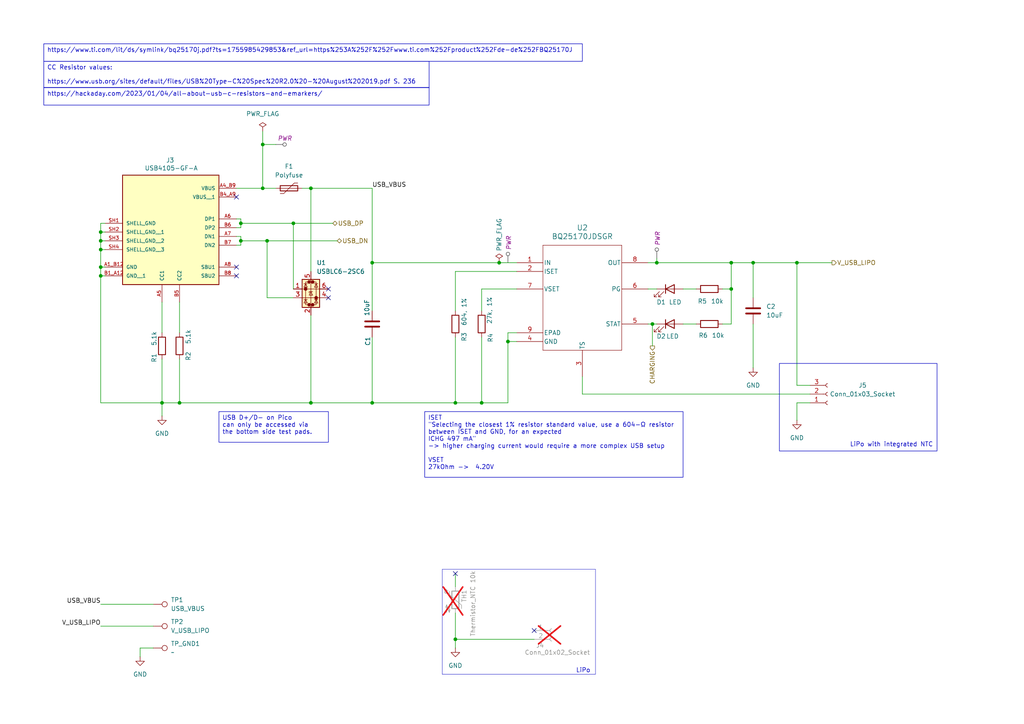
<source format=kicad_sch>
(kicad_sch (version 20250114) (generator "eeschema") (generator_version "9.0")
  (paper "A4")
  (title_block (title "ZEReader-Pico") (date "{kibot_date}") (rev "v2") (company "Anna-Lena Marx") (comment 4 "Git revision: {kibot_git-hash}"))
  (lib_symbols
    (symbol "BQ25170J:BQ25170JDSGR" (pin_names (offset 0.254))
      (property "Reference" "U" (at 20.32 10.16 0))
      (property "Value" "BQ25170JDSGR" (at 20.32 7.62 0))
      (symbol "BQ25170JDSGR_0_1"
        (polyline (pts (xy 7.62 5.08) (xy 7.62 -25.4)) (stroke (width 0.127)))
        (polyline (pts (xy 7.62 -25.4) (xy 30.48 -25.4)) (stroke (width 0.127)))
        (polyline (pts (xy 30.48 5.08) (xy 7.62 5.08)) (stroke (width 0.127)))
        (polyline (pts (xy 30.48 -25.4) (xy 30.48 5.08)) (stroke (width 0.127)))
        (pin power_in line (at 0 0 0) (length 7.62) (name "IN") (number "1"))
        (pin input line (at 0 -2.54 0) (length 7.62) (name "ISET") (number "2"))
        (pin input line (at 0 -7.62 0) (length 7.62) (name "VSET") (number "7"))
        (pin input line (at 19.05 -33.02 90) (length 7.62) (name "TS") (number "3"))
        (pin output line (at 38.1 0 180) (length 7.62) (name "OUT") (number "8"))
        (pin output line (at 38.1 -7.62 180) (length 7.62) (name "PG") (number "6"))
        (pin output line (at 38.1 -17.78 180) (length 7.62) (name "STAT") (number "5"))
      )
      (symbol "BQ25170JDSGR_1_1"
        (pin power_in line (at 0 -20.32 0) (length 7.62) (name "EPAD") (number "9"))
        (pin power_in line (at 0 -22.86 0) (length 7.62) (name "GND") (number "4"))
      )
    )
    (symbol "Connector:Conn_01x02_Socket" (pin_names (offset 1.016) (hide yes))
      (property "Reference" "J" (at 0 2.54 0))
      (property "Value" "Conn_01x02_Socket" (at 0 -5.08 0))
      (symbol "Conn_01x02_Socket_1_1"
        (polyline (pts (xy -1.27 0) (xy -0.508 0)) (stroke (width 0.1524)))
        (polyline (pts (xy -1.27 -2.54) (xy -0.508 -2.54)) (stroke (width 0.1524)))
        (arc (start 0 -0.508) (mid -0.5058 0) (end 0 0.508) (stroke (width 0.1524)))
        (arc (start 0 -3.048) (mid -0.5058 -2.54) (end 0 -2.032) (stroke (width 0.1524)))
        (pin passive line (at -5.08 0 0) (length 3.81) (name "Pin_1") (number "1"))
        (pin passive line (at -5.08 -2.54 0) (length 3.81) (name "Pin_2") (number "2"))
      )
    )
    (symbol "Connector:Conn_01x03_Socket" (pin_names (offset 1.016) (hide yes))
      (property "Reference" "J" (at 0 5.08 0))
      (property "Value" "Conn_01x03_Socket" (at 0 -5.08 0))
      (symbol "Conn_01x03_Socket_1_1"
        (polyline (pts (xy -1.27 2.54) (xy -0.508 2.54)) (stroke (width 0.1524)))
        (polyline (pts (xy -1.27 0) (xy -0.508 0)) (stroke (width 0.1524)))
        (polyline (pts (xy -1.27 -2.54) (xy -0.508 -2.54)) (stroke (width 0.1524)))
        (arc (start 0 2.032) (mid -0.5058 2.54) (end 0 3.048) (stroke (width 0.1524)))
        (arc (start 0 -0.508) (mid -0.5058 0) (end 0 0.508) (stroke (width 0.1524)))
        (arc (start 0 -3.048) (mid -0.5058 -2.54) (end 0 -2.032) (stroke (width 0.1524)))
        (pin passive line (at -5.08 2.54 0) (length 3.81) (name "Pin_1") (number "1"))
        (pin passive line (at -5.08 0 0) (length 3.81) (name "Pin_2") (number "2"))
        (pin passive line (at -5.08 -2.54 0) (length 3.81) (name "Pin_3") (number "3"))
      )
    )
    (symbol "Connector:TestPoint" (pin_numbers (hide yes)) (pin_names (offset 0.762) (hide yes))
      (property "Reference" "TP" (at 0 6.858 0))
      (property "Value" "TestPoint" (at 0 5.08 0))
      (symbol "TestPoint_0_1"
        (circle (center 0 3.302) (radius 0.762))
      )
      (symbol "TestPoint_1_1"
        (pin passive line (at 0 0 90) (length 2.54) (name "1") (number "1"))
      )
    )
    (symbol "Device:C" (pin_numbers (hide yes)) (pin_names (offset 0.254))
      (property "Reference" "C" (at 0.635 2.54 0))
      (property "Value" "C" (at 0.635 -2.54 0))
      (symbol "C_0_1"
        (polyline (pts (xy -2.032 0.762) (xy 2.032 0.762)) (stroke (width 0.508)))
        (polyline (pts (xy -2.032 -0.762) (xy 2.032 -0.762)) (stroke (width 0.508)))
      )
      (symbol "C_1_1"
        (pin passive line (at 0 3.81 270) (length 2.794) (name "~") (number "1"))
        (pin passive line (at 0 -3.81 90) (length 2.794) (name "~") (number "2"))
      )
    )
    (symbol "Device:LED" (pin_numbers (hide yes)) (pin_names (offset 1.016) (hide yes))
      (property "Reference" "D" (at 0 2.54 0))
      (property "Value" "LED" (at 0 -2.54 0))
      (symbol "LED_0_1"
        (polyline (pts (xy -3.048 -0.762) (xy -4.572 -2.286) (xy -3.81 -2.286) (xy -4.572 -2.286) (xy -4.572 -1.524)))
        (polyline (pts (xy -1.778 -0.762) (xy -3.302 -2.286) (xy -2.54 -2.286) (xy -3.302 -2.286) (xy -3.302 -1.524)))
        (polyline (pts (xy -1.27 0) (xy 1.27 0)))
        (polyline (pts (xy -1.27 -1.27) (xy -1.27 1.27)) (stroke (width 0.254)))
        (polyline (pts (xy 1.27 -1.27) (xy 1.27 1.27) (xy -1.27 0) (xy 1.27 -1.27)) (stroke (width 0.254)))
      )
      (symbol "LED_1_1"
        (pin passive line (at -3.81 0 0) (length 2.54) (name "K") (number "1"))
        (pin passive line (at 3.81 0 180) (length 2.54) (name "A") (number "2"))
      )
    )
    (symbol "Device:Polyfuse" (pin_numbers (hide yes)) (pin_names (offset 0))
      (property "Reference" "F" (at -2.54 0 90))
      (property "Value" "Polyfuse" (at 2.54 0 90))
      (symbol "Polyfuse_0_1"
        (polyline (pts (xy -1.524 2.54) (xy -1.524 1.524) (xy 1.524 -1.524) (xy 1.524 -2.54)))
        (rectangle (start -0.762 2.54) (end 0.762 -2.54) (stroke (width 0.254)))
        (polyline (pts (xy 0 2.54) (xy 0 -2.54)))
      )
      (symbol "Polyfuse_1_1"
        (pin passive line (at 0 3.81 270) (length 1.27) (name "~") (number "1"))
        (pin passive line (at 0 -3.81 90) (length 1.27) (name "~") (number "2"))
      )
    )
    (symbol "Device:R" (pin_numbers (hide yes)) (pin_names (offset 0))
      (property "Reference" "R" (at 2.032 0 90))
      (property "Value" "R" (at 0 0 90))
      (symbol "R_0_1"
        (rectangle (start -1.016 -2.54) (end 1.016 2.54) (stroke (width 0.254)))
      )
      (symbol "R_1_1"
        (pin passive line (at 0 3.81 270) (length 1.27) (name "~") (number "1"))
        (pin passive line (at 0 -3.81 90) (length 1.27) (name "~") (number "2"))
      )
    )
    (symbol "Device:Thermistor_NTC" (pin_numbers (hide yes)) (pin_names (offset 0))
      (property "Reference" "TH" (at -4.445 0 90))
      (property "Value" "Thermistor_NTC" (at 3.175 0 90))
      (symbol "Thermistor_NTC_0_1"
        (arc (start -3.175 2.413) (mid -3.0506 2.3165) (end -3.048 2.159))
        (arc (start -3.048 2.794) (mid -2.9736 2.9736) (end -2.794 3.048))
        (arc (start -2.794 3.048) (mid -2.6144 2.9736) (end -2.54 2.794))
        (arc (start -2.794 2.54) (mid -2.9736 2.6144) (end -3.048 2.794))
        (arc (start -2.794 1.905) (mid -2.9736 1.9794) (end -3.048 2.159))
        (arc (start -2.54 2.159) (mid -2.6144 1.9794) (end -2.794 1.905))
        (arc (start -2.159 2.794) (mid -2.434 2.5608) (end -2.794 2.54))
        (polyline (pts (xy -2.54 2.159) (xy -2.54 2.794)))
        (polyline (pts (xy -2.54 -3.683) (xy -2.54 -1.397) (xy -2.794 -2.159) (xy -2.286 -2.159) (xy -2.54 -1.397) (xy -2.54 -1.651)) (fill (type outline)))
        (polyline (pts (xy -1.778 2.54) (xy -1.778 1.524) (xy 1.778 -1.524) (xy 1.778 -2.54)))
        (polyline (pts (xy -1.778 -1.397) (xy -1.778 -3.683) (xy -2.032 -2.921) (xy -1.524 -2.921) (xy -1.778 -3.683) (xy -1.778 -3.429)) (fill (type outline)))
        (rectangle (start -1.016 2.54) (end 1.016 -2.54) (stroke (width 0.254)))
      )
      (symbol "Thermistor_NTC_1_1"
        (pin passive line (at 0 3.81 270) (length 1.27) (name "~") (number "1"))
        (pin passive line (at 0 -3.81 90) (length 1.27) (name "~") (number "2"))
      )
    )
    (symbol "Power_Protection:USBLC6-2SC6" (pin_names (hide yes))
      (property "Reference" "U" (at 0.635 5.715 0))
      (property "Value" "USBLC6-2SC6" (at 0.635 3.81 0))
      (symbol "USBLC6-2SC6_0_0"
        (circle (center -1.524 0) (radius 0.0001) (stroke (width 0.508)))
        (circle (center -0.508 2.032) (radius 0.0001) (stroke (width 0.508)))
        (circle (center -0.508 -4.572) (radius 0.0001) (stroke (width 0.508)))
        (circle (center 0.508 2.032) (radius 0.0001) (stroke (width 0.508)))
        (circle (center 0.508 -4.572) (radius 0.0001) (stroke (width 0.508)))
        (circle (center 1.524 -2.54) (radius 0.0001) (stroke (width 0.508)))
      )
      (symbol "USBLC6-2SC6_0_1"
        (polyline (pts (xy -2.54 0) (xy 2.54 0)))
        (polyline (pts (xy -2.54 -2.54) (xy 2.54 -2.54)))
        (polyline (pts (xy -2.032 0.508) (xy -1.016 0.508) (xy -1.524 1.524) (xy -2.032 0.508)))
        (polyline (pts (xy -2.032 -3.048) (xy -1.016 -3.048)))
        (polyline (pts (xy -1.016 1.524) (xy -2.032 1.524)))
        (polyline (pts (xy -1.016 -4.064) (xy -2.032 -4.064) (xy -1.524 -3.048) (xy -1.016 -4.064)))
        (polyline (pts (xy -0.508 -1.143) (xy -0.508 -0.762) (xy 0.508 -0.762)))
        (polyline (pts (xy 0 2.54) (xy -0.508 2.032) (xy 0.508 2.032) (xy 0 1.524) (xy 0 -4.064) (xy -0.508 -4.572) (xy 0.508 -4.572) (xy 0 -5.08)))
        (polyline (pts (xy 0.508 -1.778) (xy -0.508 -1.778) (xy 0 -0.762) (xy 0.508 -1.778)))
        (polyline (pts (xy 1.016 1.524) (xy 2.032 1.524)))
        (polyline (pts (xy 1.016 -3.048) (xy 2.032 -3.048)))
        (polyline (pts (xy 2.032 0.508) (xy 1.016 0.508) (xy 1.524 1.524) (xy 2.032 0.508)))
        (polyline (pts (xy 2.032 -4.064) (xy 1.016 -4.064) (xy 1.524 -3.048) (xy 2.032 -4.064)))
      )
      (symbol "USBLC6-2SC6_1_1"
        (rectangle (start -2.54 2.794) (end 2.54 -5.334) (stroke (width 0.254)) (fill (type background)))
        (polyline (pts (xy -0.508 2.032) (xy -1.524 2.032) (xy -1.524 -4.572) (xy -0.508 -4.572)))
        (polyline (pts (xy 0.508 -4.572) (xy 1.524 -4.572) (xy 1.524 2.032) (xy 0.508 2.032)))
        (pin passive line (at -5.08 0 0) (length 2.54) (name "I/O1") (number "1"))
        (pin passive line (at -5.08 -2.54 0) (length 2.54) (name "I/O2") (number "3"))
        (pin passive line (at 0 5.08 270) (length 2.54) (name "VBUS") (number "5"))
        (pin passive line (at 0 -7.62 90) (length 2.54) (name "GND") (number "2"))
        (pin passive line (at 5.08 0 180) (length 2.54) (name "I/O1") (number "6"))
        (pin passive line (at 5.08 -2.54 180) (length 2.54) (name "I/O2") (number "4"))
      )
    )
    (symbol "my-usb4105-gf-a:USB4105-GF-A" (pin_names (offset 1.016))
      (property "Reference" "J4" (at 4.572 16.256 0))
      (property "Value" "USB4105-GF-A" (at 11.43 13.97 0))
      (symbol "USB4105-GF-A_0_0"
        (rectangle (start -12.7 6.35) (end 15.24 -25.4) (stroke (width 0.254)) (fill (type background)))
        (pin power_in line (at -17.78 -7.62 0) (length 5.08) (name "SHELL_GND") (number "SH1"))
        (pin power_in line (at -17.78 -10.16 0) (length 5.08) (name "SHELL_GND__1") (number "SH2"))
        (pin power_in line (at -17.78 -12.7 0) (length 5.08) (name "SHELL_GND__2") (number "SH3"))
        (pin power_in line (at -17.78 -15.24 0) (length 5.08) (name "SHELL_GND__3") (number "SH4"))
        (pin power_in line (at -17.78 -20.32 0) (length 5.08) (name "GND") (number "A1_B12"))
        (pin power_in line (at -17.78 -22.86 0) (length 5.08) (name "GND__1") (number "B1_A12"))
        (pin bidirectional line (at -1.27 -30.48 90) (length 5.08) (name "CC1") (number "A5"))
        (pin bidirectional line (at 3.81 -30.48 90) (length 5.08) (name "CC2") (number "B5"))
        (pin power_in line (at 20.32 2.54 180) (length 5.08) (name "VBUS") (number "A4_B9"))
        (pin power_in line (at 20.32 0 180) (length 5.08) (name "VBUS__1") (number "B4_A9"))
        (pin bidirectional line (at 20.32 -6.35 180) (length 5.08) (name "DP1") (number "A6"))
        (pin bidirectional line (at 20.32 -8.89 180) (length 5.08) (name "DP2") (number "B6"))
        (pin bidirectional line (at 20.32 -11.43 180) (length 5.08) (name "DN1") (number "A7"))
        (pin bidirectional line (at 20.32 -13.97 180) (length 5.08) (name "DN2") (number "B7"))
        (pin bidirectional line (at 20.32 -20.32 180) (length 5.08) (name "SBU1") (number "A8"))
        (pin bidirectional line (at 20.32 -22.86 180) (length 5.08) (name "SBU2") (number "B8"))
      )
    )
    (symbol "power:GND" (power) (pin_numbers (hide yes)) (pin_names (offset 0) (hide yes))
      (property "Value" "GND" (at 0 -3.81 0))
      (symbol "GND_0_1"
        (polyline (pts (xy 0 0) (xy 0 -1.27) (xy 1.27 -1.27) (xy 0 -2.54) (xy -1.27 -1.27) (xy 0 -1.27)))
      )
      (symbol "GND_1_1"
        (pin power_in line (at 0 0 270) (length 0) (name "~") (number "1"))
      )
    )
    (symbol "power:PWR_FLAG" (power) (pin_numbers (hide yes)) (pin_names (offset 0) (hide yes))
      (property "Value" "PWR_FLAG" (at 0 3.81 0))
      (symbol "PWR_FLAG_0_0"
        (pin power_out line (at 0 0 90) (length 0) (name "~") (number "1"))
      )
      (symbol "PWR_FLAG_0_1"
        (polyline (pts (xy 0 0) (xy 0 1.27) (xy -1.016 1.905) (xy 0 2.54) (xy 1.016 1.905) (xy 0 1.27)))
      )
    )
  )
  (rectangle (start 226.06 105.41) (end 271.78 130.81))
  (rectangle (start 128.27 165.1) (end 172.72 195.58) (stroke (width 0.1)))
  (text "LiPo" (at 169.164 194.564 0) (effects (font (size 1.27 1.27))))
  (text "LiPo with integrated NTC" (at 258.572 129.032 0) (effects (font (size 1.27 1.27))))
  (text_box "CC Resistor values:\n\nhttps://www.usb.org/sites/default/files/USB%20Type-C%20Spec%20R2.0%20-%20August%202019.pdf S. 236\n" (at 12.7 17.78 0) (size 111.76 7.62) (margins 0.9525 0.9525 0.9525 0.9525) (effects (font (size 1.27 1.27)) (justify left top)))
  (text_box "ISET\n\"Selecting the closest 1% resistor standard value, use a 604-Ω resistor between ISET and GND, for an expected\nICHG 497 mA\"\n-> higher charging current would require a more complex USB setup\n\nVSET\n27kOhm ->  4.20V\n" (at 123.19 119.38 0) (size 74.93 19.05) (margins 0.9525 0.9525 0.9525 0.9525) (effects (font (size 1.27 1.27)) (justify left top)))
  (text_box "https://www.ti.com/lit/ds/symlink/bq25170j.pdf?ts=1755985429853&ref_url=https%253A%252F%252Fwww.ti.com%252Fproduct%252Fde-de%252FBQ25170J" (at 12.7 12.7 0) (size 156.21 5.08) (margins 0.9525 0.9525 0.9525 0.9525) (effects (font (size 1.27 1.27)) (justify left top)))
  (text_box "https://hackaday.com/2023/01/04/all-about-usb-c-resistors-and-emarkers/" (at 12.7 25.4 0) (size 111.76 5.08) (margins 0.9525 0.9525 0.9525 0.9525) (effects (font (size 1.27 1.27)) (justify left top)))
  (text_box "USB D+/D- on Pico\ncan only be accessed via\nthe bottom side test pads." (at 63.5 119.38 0) (size 31.75 8.89) (margins 0.9525 0.9525 0.9525 0.9525) (effects (font (size 1.27 1.27)) (justify left top)))
  (junction (at 90.17 54.61))
  (junction (at 190.5 76.2))
  (junction (at 69.85 64.77))
  (junction (at 77.47 69.85))
  (junction (at 29.21 80.01))
  (junction (at 107.95 116.84))
  (junction (at 29.21 67.31))
  (junction (at 29.21 72.39))
  (junction (at 189.23 93.98))
  (junction (at 90.17 116.84))
  (junction (at 46.99 116.84))
  (junction (at 52.07 116.84))
  (junction (at 139.7 116.84))
  (junction (at 144.78 76.2))
  (junction (at 29.21 77.47))
  (junction (at 29.21 69.85))
  (junction (at 218.44 76.2))
  (junction (at 231.14 76.2))
  (junction (at 85.09 64.77))
  (junction (at 132.08 185.42))
  (junction (at 107.95 76.2))
  (junction (at 76.2 54.61))
  (junction (at 212.09 76.2))
  (junction (at 132.08 116.84))
  (junction (at 147.32 99.06))
  (junction (at 212.09 83.82))
  (junction (at 69.85 69.85))
  (junction (at 76.2 41.91))
  (no_connect (at 68.58 57.15))
  (no_connect (at 95.25 86.36))
  (no_connect (at 154.94 182.88))
  (no_connect (at 132.08 166.37))
  (no_connect (at 95.25 83.82))
  (no_connect (at 68.58 77.47))
  (no_connect (at 68.58 80.01))
  (wire (pts (xy 231.14 116.84) (xy 234.95 116.84)))
  (wire (pts (xy 68.58 71.12) (xy 69.85 71.12)))
  (wire (pts (xy 212.09 76.2) (xy 218.44 76.2)))
  (wire (pts (xy 218.44 76.2) (xy 218.44 86.36)))
  (wire (pts (xy 69.85 64.77) (xy 69.85 63.5)))
  (wire (pts (xy 29.21 64.77) (xy 29.21 67.31)))
  (wire (pts (xy 147.32 116.84) (xy 139.7 116.84)))
  (wire (pts (xy 132.08 177.8) (xy 132.08 185.42)))
  (wire (pts (xy 190.5 76.2) (xy 212.09 76.2)))
  (wire (pts (xy 29.21 69.85) (xy 29.21 72.39)))
  (wire (pts (xy 69.85 64.77) (xy 85.09 64.77)))
  (wire (pts (xy 29.21 72.39) (xy 29.21 77.47)))
  (wire (pts (xy 139.7 83.82) (xy 149.86 83.82)))
  (wire (pts (xy 76.2 38.1) (xy 76.2 41.91)))
  (wire (pts (xy 85.09 64.77) (xy 85.09 83.82)))
  (wire (pts (xy 46.99 104.14) (xy 46.99 116.84)))
  (wire (pts (xy 76.2 54.61) (xy 80.01 54.61)))
  (wire (pts (xy 147.32 99.06) (xy 149.86 99.06)))
  (wire (pts (xy 40.64 190.5) (xy 40.64 187.96)))
  (wire (pts (xy 149.86 96.52) (xy 147.32 96.52)))
  (wire (pts (xy 29.21 67.31) (xy 30.48 67.31)))
  (wire (pts (xy 132.08 185.42) (xy 132.08 187.96)))
  (wire (pts (xy 90.17 54.61) (xy 107.95 54.61)))
  (wire (pts (xy 189.23 93.98) (xy 190.5 93.98)))
  (wire (pts (xy 29.21 80.01) (xy 30.48 80.01)))
  (wire (pts (xy 69.85 69.85) (xy 77.47 69.85)))
  (wire (pts (xy 132.08 97.79) (xy 132.08 116.84)))
  (wire (pts (xy 107.95 97.79) (xy 107.95 116.84)))
  (wire (pts (xy 29.21 181.61) (xy 44.45 181.61)))
  (wire (pts (xy 76.2 41.91) (xy 76.2 54.61)))
  (wire (pts (xy 29.21 77.47) (xy 29.21 80.01)))
  (wire (pts (xy 187.96 76.2) (xy 190.5 76.2)))
  (wire (pts (xy 87.63 54.61) (xy 90.17 54.61)))
  (wire (pts (xy 107.95 76.2) (xy 144.78 76.2)))
  (wire (pts (xy 46.99 116.84) (xy 46.99 120.65)))
  (wire (pts (xy 40.64 187.96) (xy 44.45 187.96)))
  (wire (pts (xy 90.17 116.84) (xy 107.95 116.84)))
  (wire (pts (xy 139.7 90.17) (xy 139.7 83.82)))
  (wire (pts (xy 212.09 83.82) (xy 212.09 93.98)))
  (wire (pts (xy 218.44 76.2) (xy 231.14 76.2)))
  (wire (pts (xy 29.21 77.47) (xy 30.48 77.47)))
  (wire (pts (xy 68.58 54.61) (xy 76.2 54.61)))
  (wire (pts (xy 132.08 185.42) (xy 154.94 185.42)))
  (wire (pts (xy 212.09 76.2) (xy 212.09 83.82)))
  (wire (pts (xy 77.47 69.85) (xy 97.79 69.85)))
  (wire (pts (xy 29.21 80.01) (xy 29.21 116.84)))
  (wire (pts (xy 52.07 116.84) (xy 90.17 116.84)))
  (wire (pts (xy 29.21 67.31) (xy 29.21 69.85)))
  (wire (pts (xy 187.96 93.98) (xy 189.23 93.98)))
  (wire (pts (xy 139.7 97.79) (xy 139.7 116.84)))
  (wire (pts (xy 132.08 166.37) (xy 132.08 170.18)))
  (wire (pts (xy 107.95 116.84) (xy 132.08 116.84)))
  (wire (pts (xy 29.21 64.77) (xy 30.48 64.77)))
  (wire (pts (xy 168.91 114.3) (xy 168.91 109.22)))
  (wire (pts (xy 147.32 99.06) (xy 147.32 116.84)))
  (wire (pts (xy 209.55 93.98) (xy 212.09 93.98)))
  (wire (pts (xy 231.14 76.2) (xy 231.14 111.76)))
  (wire (pts (xy 29.21 69.85) (xy 30.48 69.85)))
  (wire (pts (xy 198.12 93.98) (xy 201.93 93.98)))
  (wire (pts (xy 90.17 91.44) (xy 90.17 116.84)))
  (wire (pts (xy 231.14 116.84) (xy 231.14 121.92)))
  (wire (pts (xy 68.58 66.04) (xy 69.85 66.04)))
  (wire (pts (xy 144.78 76.2) (xy 149.86 76.2)))
  (wire (pts (xy 209.55 83.82) (xy 212.09 83.82)))
  (wire (pts (xy 107.95 76.2) (xy 107.95 90.17)))
  (wire (pts (xy 68.58 63.5) (xy 69.85 63.5)))
  (wire (pts (xy 218.44 93.98) (xy 218.44 106.68)))
  (wire (pts (xy 77.47 69.85) (xy 77.47 86.36)))
  (wire (pts (xy 85.09 64.77) (xy 96.52 64.77)))
  (wire (pts (xy 46.99 87.63) (xy 46.99 96.52)))
  (wire (pts (xy 46.99 116.84) (xy 52.07 116.84)))
  (wire (pts (xy 198.12 83.82) (xy 201.93 83.82)))
  (wire (pts (xy 29.21 116.84) (xy 46.99 116.84)))
  (wire (pts (xy 190.5 74.93) (xy 190.5 76.2)))
  (wire (pts (xy 52.07 104.14) (xy 52.07 116.84)))
  (wire (pts (xy 69.85 69.85) (xy 69.85 68.58)))
  (wire (pts (xy 90.17 54.61) (xy 90.17 78.74)))
  (wire (pts (xy 147.32 96.52) (xy 147.32 99.06)))
  (wire (pts (xy 52.07 87.63) (xy 52.07 96.52)))
  (wire (pts (xy 234.95 114.3) (xy 168.91 114.3)))
  (wire (pts (xy 29.21 175.26) (xy 44.45 175.26)))
  (wire (pts (xy 69.85 66.04) (xy 69.85 64.77)))
  (wire (pts (xy 69.85 71.12) (xy 69.85 69.85)))
  (wire (pts (xy 29.21 72.39) (xy 30.48 72.39)))
  (wire (pts (xy 107.95 54.61) (xy 107.95 76.2)))
  (wire (pts (xy 68.58 68.58) (xy 69.85 68.58)))
  (wire (pts (xy 76.2 41.91) (xy 80.01 41.91)))
  (wire (pts (xy 231.14 111.76) (xy 234.95 111.76)))
  (wire (pts (xy 189.23 93.98) (xy 189.23 100.33)))
  (wire (pts (xy 149.86 78.74) (xy 132.08 78.74)))
  (wire (pts (xy 231.14 76.2) (xy 241.3 76.2)))
  (wire (pts (xy 132.08 116.84) (xy 139.7 116.84)))
  (wire (pts (xy 187.96 83.82) (xy 190.5 83.82)))
  (wire (pts (xy 85.09 86.36) (xy 77.47 86.36)))
  (wire (pts (xy 132.08 78.74) (xy 132.08 90.17)))
  (label "USB_VBUS" (at 107.95 54.61 0))
  (label "V_USB_LIPO" (at 29.21 181.61 180))
  (label "USB_VBUS" (at 29.21 175.26 180))
  (hierarchical_label "CHARGING" (shape output) (at 189.23 100.33 270))
  (hierarchical_label "V_USB_LIPO" (shape output) (at 241.3 76.2 0))
  (hierarchical_label "USB_DN" (shape bidirectional) (at 97.79 69.85 0))
  (hierarchical_label "USB_DP" (shape bidirectional) (at 96.52 64.77 0))
  (netclass_flag "" (length 2.54) (shape round) (at 190.5 74.93 0) (property "Netclass" "PWR" (at 190.754 67.056 90) (effects (font (italic yes)) (justify right))))
  (netclass_flag "" (length 2.54) (shape round) (at 147.32 76.2 0) (property "Netclass" "PWR" (at 147.574 68.326 90) (effects (font (italic yes)) (justify right))))
  (netclass_flag "" (length 2.54) (shape round) (at 80.01 41.91 270) (property "Netclass" "PWR" (at 80.518 40.132 0) (effects (font (italic yes)) (justify left))))
  (symbol (lib_id "Connector:TestPoint") (at 44.45 187.96 270) (unit 1) (in_bom no)
    (property "Reference" "TP_GND1" (at 49.53 186.6899 90) (effects (justify left)))
    (property "Value" "~" (at 49.53 189.2299 90) (effects (justify left)))
    (property "Footprint" "TestPoint:TestPoint_Pad_D2.5mm" (effects (hide yes)))
    (property "Description" "test point" (effects (hide yes)))
  )
  (symbol (lib_id "Connector:TestPoint") (at 44.45 181.61 270) (unit 1) (in_bom no)
    (property "Reference" "TP2" (at 49.53 180.3399 90) (effects (justify left)))
    (property "Value" "V_USB_LIPO" (at 49.53 182.8799 90) (effects (justify left)))
    (property "Footprint" "TestPoint:TestPoint_Pad_D2.5mm" (effects (hide yes)))
    (property "Description" "test point" (effects (hide yes)))
  )
  (symbol (lib_id "Device:LED") (at 194.31 83.82 0) (unit 1)
    (property "Reference" "D1" (at 191.77 87.63 0))
    (property "Value" "LED" (at 195.834 87.63 0))
    (property "Footprint" "LED_SMD:LED_1206_3216Metric_Pad1.42x1.75mm_HandSolder" (effects (hide yes)))
    (property "Datasheet" "https://www.we-online.com/components/products/datasheet/150120YS75000.pdf" (effects (hide yes)))
    (property "Description" "Gelb 590nm LED-Indikator - Diskret 2V 1206 (3216 metrisch)" (effects (hide yes)))
    (property "Sim.Pins" "1=K 2=A" (effects (hide yes)))
    (property "DigiKey" "732-4994-1-ND" (effects (hide yes)))
    (property "Manufacturer PartNo" "150120YS75000" (effects (hide yes)))
  )
  (symbol (lib_id "Connector:Conn_01x02_Socket") (at 160.02 182.88 0) (unit 1) (in_bom no) (on_board no) (dnp yes)
    (property "Reference" "J4" (at 155.448 187.198 0) (effects (justify left)))
    (property "Value" "Conn_01x02_Socket" (at 152.146 189.23 0) (effects (justify left)))
    (property "Footprint" "Connector_JST:JST_PH_S2B-PH-K_1x02_P2.00mm_Horizontal" (effects (hide yes)))
    (property "Description" "Generic connector, single row, 01x02, script generated" (effects (hide yes)))
  )
  (symbol (lib_id "Device:R") (at 46.99 100.33 180) (unit 1)
    (property "Reference" "R1" (at 44.704 105.156 90) (effects (justify right)))
    (property "Value" "5.1k" (at 44.704 100.33 90) (effects (justify right)))
    (property "Footprint" "Resistor_SMD:R_1206_3216Metric_Pad1.30x1.75mm_HandSolder" (effects (hide yes)))
    (property "Datasheet" "https://www.yageogroup.com/content/datasheet/asset/file/PYU-AC_51_ROHS_L" (effects (hide yes)))
    (property "Description" "5.1 kOhms ±1% 0,25W, 1/4W Chipwiderstand 1206 (3216 metrisch) Automobilzulassung AEC-Q200, feuchtigkeitsbeständig Dickschicht" (effects (hide yes)))
    (property "DigiKey" "YAG3894CT-ND" (effects (hide yes)))
    (property "Manufacturer PartNo" "AC1206FR-075K1L" (effects (hide yes)))
  )
  (symbol (lib_id "Device:Thermistor_NTC") (at 132.08 173.99 0) (unit 1) (in_bom no) (on_board no) (dnp yes)
    (property "Reference" "TH1" (at 134.62 174.752 90) (effects (justify left)))
    (property "Value" "Thermistor_NTC 10k" (at 137.16 184.658 90) (effects (justify left)))
    (property "Footprint" "Resistor_SMD:R_1206_3216Metric_Pad1.30x1.75mm_HandSolder" (effects (hide yes)))
    (property "Description" "Temperature dependent resistor, negative temperature coefficient" (effects (hide yes)))
  )
  (symbol (lib_id "Device:Polyfuse") (at 83.82 54.61 90) (unit 1)
    (property "Reference" "F1" (at 83.82 48.26 90))
    (property "Value" "Polyfuse" (at 83.82 50.8 90))
    (property "Footprint" "Resistor_SMD:R_1206_3216Metric_Pad1.30x1.75mm_HandSolder" (effects (hide yes)))
    (property "Datasheet" "https://www.littelfuse.com/assetdocs/resettable-ptcs-1206l-datasheet?assetguid=2b6a1515-d4ee-4c83-8bd4-152b4901b8f5" (effects (hide yes)))
    (property "Description" "Polymerisch Rückstellbare PTC-Sicherung 15V 500 mA Ih Oberflächenmontage 1206 (3216 metrisch), konkav" (effects (hide yes)))
    (property "DigiKey" "F3733CT-ND" (effects (hide yes)))
    (property "Manufacturer PartNo" "1206L050/15YR" (effects (hide yes)))
  )
  (symbol (lib_id "BQ25170J:BQ25170JDSGR") (at 149.86 76.2 0) (unit 1)
    (property "Reference" "U2" (at 168.91 66.04 0) (effects (font (size 1.524 1.524))))
    (property "Value" "BQ25170JDSGR" (at 168.91 68.58 0) (effects (font (size 1.524 1.524))))
    (property "Footprint" "prj-footprints:WSON8_BQ2517_TEX" (effects (hide yes)))
    (property "Datasheet" "https://www.ti.com/lit/ds/symlink/bq25170j.pdf" (effects (hide yes)))
    (property "Description" "IC für Ladegerät Lithium-Ionen/Polymer, Lithium-Eisenphosphat 8-WSON (2x2)" (effects (hide yes)))
    (property "DigiKey" "296-BQ25170JDSGRCT-ND" (effects (hide yes)))
    (property "Manufacturer PartNo" "BQ25170JDSGR" (effects (hide yes)))
  )
  (symbol (lib_id "Connector:Conn_01x03_Socket") (at 240.03 114.3 0) (mirror x) (unit 1)
    (property "Reference" "J5" (at 250.19 111.76 0))
    (property "Value" "Conn_01x03_Socket" (at 250.19 114.3 0))
    (property "Footprint" "Connector_JST:JST_PH_S3B-PH-K_1x03_P2.00mm_Horizontal" (effects (hide yes)))
    (property "Datasheet" "https://www.jst-mfg.com/product/pdf/eng/ePH.pdf" (effects (hide yes)))
    (property "Description" "Generic connector, single row, 01x03, script generated" (effects (hide yes)))
    (property "DigiKey" "455-1720-ND" (effects (hide yes)))
    (property "Manufacturer PartNo" "S3B-PH-K-S" (effects (hide yes)))
  )
  (symbol (lib_id "Device:R") (at 139.7 93.98 0) (unit 1)
    (property "Reference" "R4" (at 142.24 99.314 90) (effects (justify left)))
    (property "Value" "27k, 1%" (at 141.986 93.98 90) (effects (justify left)))
    (property "Footprint" "Resistor_SMD:R_1206_3216Metric_Pad1.30x1.75mm_HandSolder" (effects (hide yes)))
    (property "Datasheet" "https://www.yageogroup.com/content/datasheet/asset/file/PYU-RC_GROUP_51_ROHS_L" (effects (hide yes)))
    (property "Description" "27 kOhms ±1% 0,25W, 1/4W Chipwiderstand 1206 (3216 metrisch) Feuchtigkeitsbeständig Dickschicht" (effects (hide yes)))
    (property "DigiKey" "311-27.0KFRCT-ND" (effects (hide yes)))
    (property "Manufacturer PartNo" "RC1206FR-0727KL" (effects (hide yes)))
  )
  (symbol (lib_id "power:GND") (at 132.08 187.96 0) (unit 1)
    (property "Reference" "#PWR011" (effects (hide yes)))
    (property "Value" "GND" (at 132.08 193.04 0))
    (property "Description" "Power symbol creates a global label with name \"GND\" , ground" (effects (hide yes)))
  )
  (symbol (lib_id "Device:R") (at 205.74 93.98 90) (unit 1)
    (property "Reference" "R6" (at 203.962 97.282 90))
    (property "Value" "10k" (at 208.28 97.282 90))
    (property "Footprint" "Resistor_SMD:R_1206_3216Metric_Pad1.30x1.75mm_HandSolder" (effects (hide yes)))
    (property "Datasheet" "https://www.yageogroup.com/content/datasheet/asset/file/PYU-RC_GROUP_51_ROHS_L" (effects (hide yes)))
    (property "Description" "10 kOhms ±1% 0,25W, 1/4W Chipwiderstand 1206 (3216 metrisch) Feuchtigkeitsbeständig Dickschicht" (effects (hide yes)))
    (property "DigiKey" "311-10.0KFRCT-ND" (effects (hide yes)))
    (property "Manufacturer PartNo" "RC1206FR-0710KL" (effects (hide yes)))
  )
  (symbol (lib_id "Connector:TestPoint") (at 44.45 175.26 270) (unit 1) (in_bom no)
    (property "Reference" "TP1" (at 49.53 173.9899 90) (effects (justify left)))
    (property "Value" "USB_VBUS" (at 49.53 176.5299 90) (effects (justify left)))
    (property "Footprint" "TestPoint:TestPoint_Pad_D2.5mm" (effects (hide yes)))
    (property "Description" "test point" (effects (hide yes)))
  )
  (symbol (lib_id "power:PWR_FLAG") (at 144.78 76.2 0) (unit 1)
    (property "Reference" "#FLG02" (effects (hide yes)))
    (property "Value" "PWR_FLAG" (at 144.78 68.072 90))
    (property "Description" "Special symbol for telling ERC where power comes from" (effects (hide yes)))
  )
  (symbol (lib_id "power:PWR_FLAG") (at 76.2 38.1 0) (unit 1)
    (property "Reference" "#FLG01" (effects (hide yes)))
    (property "Value" "PWR_FLAG" (at 76.2 33.02 0))
    (property "Description" "Special symbol for telling ERC where power comes from" (effects (hide yes)))
  )
  (symbol (lib_id "Device:R") (at 132.08 93.98 0) (unit 1)
    (property "Reference" "R3" (at 134.62 99.06 90) (effects (justify left)))
    (property "Value" "604, 1%" (at 134.62 94.488 90) (effects (justify left)))
    (property "Footprint" "Resistor_SMD:R_1206_3216Metric_Pad1.30x1.75mm_HandSolder" (effects (hide yes)))
    (property "Datasheet" "https://www.seielect.com/catalog/SEI-RNCP.pdf" (effects (hide yes)))
    (property "Description" "604 Ohms ±1% 0,5W, 1/2W Chipwiderstand 1206 (3216 metrisch) Anti-Schwefel Dünnschicht" (effects (hide yes)))
    (property "DigiKey" "RNCP1206FTD604RCT-ND" (effects (hide yes)))
    (property "Manufacturer PartNo" "RNCP1206FTD604R" (effects (hide yes)))
  )
  (symbol (lib_id "power:GND") (at 218.44 106.68 0) (unit 1)
    (property "Reference" "#PWR012" (effects (hide yes)))
    (property "Value" "GND" (at 218.44 111.76 0))
    (property "Description" "Power symbol creates a global label with name \"GND\" , ground" (effects (hide yes)))
  )
  (symbol (lib_id "Power_Protection:USBLC6-2SC6") (at 90.17 83.82 0) (unit 1)
    (property "Reference" "U1" (at 91.8211 76.2 0) (effects (justify left)))
    (property "Value" "USBLC6-2SC6" (at 91.8211 78.74 0) (effects (justify left)))
    (property "Footprint" "Package_TO_SOT_SMD:SOT-23-6" (effects (hide yes)))
    (property "Datasheet" "https://www.st.com/resource/en/datasheet/usblc6-2.pdf" (effects (hide yes)))
    (property "Description" "Very low capacitance ESD protection diode, 2 data-line, SOT-23-6, 17V Klemme 5 A (8/20µs) Ipp TVS - Dioden Oberflächenmontage SOT-23-6" (effects (hide yes)))
    (property "DigiKey" "497-5235-1-ND" (effects (hide yes)))
    (property "Manufacturer PartNo" "USBLC6-2SC6" (effects (hide yes)))
  )
  (symbol (lib_id "power:GND") (at 231.14 121.92 0) (unit 1)
    (property "Reference" "#PWR013" (effects (hide yes)))
    (property "Value" "GND" (at 231.14 127 0))
    (property "Description" "Power symbol creates a global label with name \"GND\" , ground" (effects (hide yes)))
  )
  (symbol (lib_id "my-usb4105-gf-a:USB4105-GF-A") (at 48.26 57.15 0) (unit 1)
    (property "Reference" "J3" (at 50.546 46.482 0) (effects (justify right)))
    (property "Value" "USB4105-GF-A" (at 57.404 48.768 0) (effects (justify right)))
    (property "Footprint" "prj-footprints:GCT_USB4105-GF-A" (effects (hide yes)))
    (property "Datasheet" "https://gct.co/files/specs/usb4105-spec.pdf" (effects (hide yes)))
    (property "Description" "USB-C (USB TYP C) USB 2.0 Buchse Steckverbinder 24 (16+8 Blindkomponente) Positionen Oberflächenmontage, rechtwinklig, Durchsteckloch" (effects (hide yes)))
    (property "PARTREV" "B4" (effects (hide yes)))
    (property "STANDARD" "Manufacturer Recommendations" (effects (hide yes)))
    (property "MAXIMUM_PACKAGE_HEIGHT" "3.31 mm" (effects (hide yes)))
    (property "MANUFACTURER" "GCT" (effects (hide yes)))
    (property "DigiKey" "2073-USB4105-GF-ACT-ND" (effects (hide yes)))
    (property "Manufacturer PartNo" "USB4105-GF-A" (effects (hide yes)))
  )
  (symbol (lib_id "Device:LED") (at 194.31 93.98 0) (unit 1)
    (property "Reference" "D2" (at 191.77 97.536 0))
    (property "Value" "LED" (at 195.072 97.536 0))
    (property "Footprint" "LED_SMD:LED_1206_3216Metric_Pad1.42x1.75mm_HandSolder" (effects (hide yes)))
    (property "Datasheet" "https://www.we-online.com/components/products/datasheet/150120GS75000.pdf" (effects (hide yes)))
    (property "Description" "Grün 525nm LED-Indikator - Diskret 3,2V 1206 (3216 metrisch)" (effects (hide yes)))
    (property "Sim.Pins" "1=K 2=A" (effects (hide yes)))
    (property "DigiKey" "732-4990-1-ND" (effects (hide yes)))
    (property "Manufacturer PartNo" "150120GS75000" (effects (hide yes)))
  )
  (symbol (lib_id "Device:R") (at 52.07 100.33 0) (unit 1)
    (property "Reference" "R2" (at 54.61 104.648 90) (effects (justify left)))
    (property "Value" "5.1k" (at 54.61 99.822 90) (effects (justify left)))
    (property "Footprint" "Resistor_SMD:R_1206_3216Metric_Pad1.30x1.75mm_HandSolder" (effects (hide yes)))
    (property "Datasheet" "https://www.yageogroup.com/content/datasheet/asset/file/PYU-AC_51_ROHS_L" (effects (hide yes)))
    (property "Description" "5.1 kOhms ±1% 0,25W, 1/4W Chipwiderstand 1206 (3216 metrisch) Automobilzulassung AEC-Q200, feuchtigkeitsbeständig Dickschicht" (effects (hide yes)))
    (property "DigiKey" "YAG3894CT-ND" (effects (hide yes)))
    (property "Manufacturer PartNo" "AC1206FR-075K1L" (effects (hide yes)))
  )
  (symbol (lib_id "power:GND") (at 46.99 120.65 0) (unit 1)
    (property "Reference" "#PWR010" (effects (hide yes)))
    (property "Value" "GND" (at 46.99 125.73 0))
    (property "Description" "Power symbol creates a global label with name \"GND\" , ground" (effects (hide yes)))
  )
  (symbol (lib_id "power:GND") (at 40.64 190.5 0) (unit 1)
    (property "Reference" "#PWR09" (effects (hide yes)))
    (property "Value" "GND" (at 40.64 195.58 0))
    (property "Description" "Power symbol creates a global label with name \"GND\" , ground" (effects (hide yes)))
  )
  (symbol (lib_id "Device:R") (at 205.74 83.82 90) (unit 1)
    (property "Reference" "R5" (at 203.708 87.376 90))
    (property "Value" "10k" (at 208.026 87.376 90))
    (property "Footprint" "Resistor_SMD:R_1206_3216Metric_Pad1.30x1.75mm_HandSolder" (effects (hide yes)))
    (property "Datasheet" "https://www.yageogroup.com/content/datasheet/asset/file/PYU-RC_GROUP_51_ROHS_L" (effects (hide yes)))
    (property "Description" "10 kOhms ±1% 0,25W, 1/4W Chipwiderstand 1206 (3216 metrisch) Feuchtigkeitsbeständig Dickschicht" (effects (hide yes)))
    (property "DigiKey" "311-10.0KFRCT-ND" (effects (hide yes)))
    (property "Manufacturer PartNo" "RC1206FR-0710KL" (effects (hide yes)))
  )
  (symbol (lib_id "Device:C") (at 107.95 93.98 0) (unit 1)
    (property "Reference" "C1" (at 106.68 100.33 90) (effects (justify left)))
    (property "Value" "10uF" (at 106.426 91.694 90) (effects (justify left)))
    (property "Footprint" "Capacitor_SMD:C_1206_3216Metric_Pad1.33x1.80mm_HandSolder" (effects (hide yes)))
    (property "Datasheet" "https://mm.digikey.com/Volume0/opasdata/d220001/medias/docus/658/CL31B106KAHNNNE_Spec.pdf" (effects (hide yes)))
    (property "Description" "10 µF ±10% 25V Keramikkondensatoren X7R 1206 (3216 metrisch)" (effects (hide yes)))
    (property "DigiKey" "1276-1804-1-ND" (effects (hide yes)))
    (property "Manufacturer PartNo" "CL31B106KAHNNNE" (effects (hide yes)))
  )
  (symbol (lib_id "Device:C") (at 218.44 90.17 0) (unit 1)
    (property "Reference" "C2" (at 222.25 88.8999 0) (effects (justify left)))
    (property "Value" "10uF" (at 222.25 91.4399 0) (effects (justify left)))
    (property "Footprint" "Capacitor_SMD:C_1206_3216Metric_Pad1.33x1.80mm_HandSolder" (effects (hide yes)))
    (property "Datasheet" "https://mm.digikey.com/Volume0/opasdata/d220001/medias/docus/658/CL31B106KAHNNNE_Spec.pdf" (effects (hide yes)))
    (property "Description" "10 µF ±10% 25V Keramikkondensatoren X7R 1206 (3216 metrisch)" (effects (hide yes)))
    (property "DigiKey" "1276-1804-1-ND" (effects (hide yes)))
    (property "Manufacturer PartNo" "CL31B106KAHNNNE" (effects (hide yes)))
  )
)
</source>
